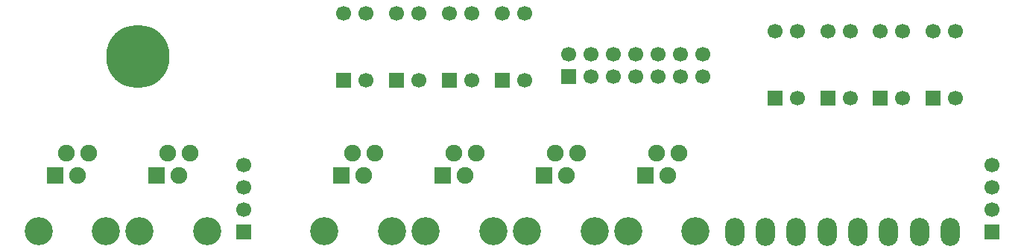
<source format=gts>
G04 Layer_Color=8388736*
%FSLAX42Y42*%
%MOMM*%
G71*
G01*
G75*
%ADD22C,1.70*%
%ADD24R,1.70X1.70*%
%ADD32C,7.20*%
%ADD33C,1.70*%
%ADD34R,1.70X1.70*%
%ADD35O,2.20X3.20*%
%ADD36R,1.70X1.70*%
%ADD37C,1.90*%
%ADD38C,3.20*%
%ADD39R,1.90X1.90*%
D22*
X4888Y27D02*
D03*
X5142D02*
D03*
X5396D02*
D03*
X5650D02*
D03*
X5904D02*
D03*
X6158D02*
D03*
X6412D02*
D03*
Y-227D02*
D03*
X5904D02*
D03*
X5396D02*
D03*
X5142D02*
D03*
X5650D02*
D03*
X6158D02*
D03*
X9700Y-1238D02*
D03*
Y-1492D02*
D03*
Y-1746D02*
D03*
X1200Y-1238D02*
D03*
Y-1492D02*
D03*
Y-1746D02*
D03*
D24*
X4888Y-227D02*
D03*
D32*
X0Y0D02*
D03*
D33*
X2587Y486D02*
D03*
X2333D02*
D03*
X2587Y-276D02*
D03*
X3187Y486D02*
D03*
X2933D02*
D03*
X3187Y-276D02*
D03*
X3787Y486D02*
D03*
X3533D02*
D03*
X3787Y-276D02*
D03*
X4387Y486D02*
D03*
X4133D02*
D03*
X4387Y-276D02*
D03*
X7487Y286D02*
D03*
X7233D02*
D03*
X7487Y-476D02*
D03*
X8087Y286D02*
D03*
X7833D02*
D03*
X8087Y-476D02*
D03*
X8687Y286D02*
D03*
X8433D02*
D03*
X8687Y-476D02*
D03*
X9287Y286D02*
D03*
X9033Y286D02*
D03*
X9287Y-476D02*
D03*
D34*
X2333Y-276D02*
D03*
X2933Y-276D02*
D03*
X3533D02*
D03*
X4133Y-276D02*
D03*
X7233Y-476D02*
D03*
X7833Y-476D02*
D03*
X8433D02*
D03*
X9033D02*
D03*
D35*
X9225Y-2000D02*
D03*
X8875D02*
D03*
X8525D02*
D03*
X8175D02*
D03*
X7825D02*
D03*
X7475D02*
D03*
X7125D02*
D03*
X6775D02*
D03*
D36*
X9700D02*
D03*
X1200D02*
D03*
D37*
X591Y-1106D02*
D03*
X464Y-1360D02*
D03*
X337Y-1106D02*
D03*
X-814D02*
D03*
X-686Y-1360D02*
D03*
X-559Y-1106D02*
D03*
X6140D02*
D03*
X6013Y-1360D02*
D03*
X5887Y-1106D02*
D03*
X4737D02*
D03*
X4863Y-1360D02*
D03*
X4990Y-1106D02*
D03*
X3840D02*
D03*
X3713Y-1360D02*
D03*
X3587Y-1106D02*
D03*
X2436D02*
D03*
X2564Y-1360D02*
D03*
X2691Y-1106D02*
D03*
D38*
X17Y-1994D02*
D03*
X783D02*
D03*
X-367D02*
D03*
X-1133D02*
D03*
X5567D02*
D03*
X6333D02*
D03*
X5183D02*
D03*
X4417D02*
D03*
X3267D02*
D03*
X4033D02*
D03*
X2883D02*
D03*
X2117D02*
D03*
D39*
X210Y-1360D02*
D03*
X-940D02*
D03*
X5760D02*
D03*
X4610D02*
D03*
X3460D02*
D03*
X2309D02*
D03*
M02*

</source>
